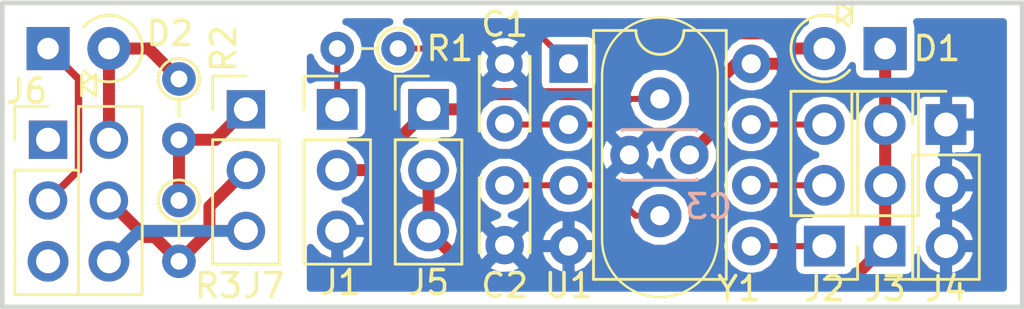
<source format=kicad_pcb>
(kicad_pcb (version 20171130) (host pcbnew "(5.0.2)-1")

  (general
    (thickness 1.6)
    (drawings 16)
    (tracks 59)
    (zones 0)
    (modules 17)
    (nets 16)
  )

  (page A4)
  (layers
    (0 F.Cu signal)
    (31 B.Cu signal)
    (32 B.Adhes user hide)
    (33 F.Adhes user hide)
    (34 B.Paste user hide)
    (35 F.Paste user hide)
    (36 B.SilkS user hide)
    (37 F.SilkS user hide)
    (38 B.Mask user hide)
    (39 F.Mask user hide)
    (40 Dwgs.User user hide)
    (41 Cmts.User user hide)
    (42 Eco1.User user hide)
    (43 Eco2.User user hide)
    (44 Edge.Cuts user)
    (45 Margin user hide)
    (46 B.CrtYd user hide)
    (47 F.CrtYd user hide)
    (48 B.Fab user hide)
    (49 F.Fab user)
  )

  (setup
    (last_trace_width 0.5)
    (user_trace_width 0.25)
    (user_trace_width 0.31)
    (user_trace_width 0.5)
    (trace_clearance 0.2)
    (zone_clearance 0.31)
    (zone_45_only no)
    (trace_min 0.2)
    (segment_width 0.2)
    (edge_width 0.15)
    (via_size 0.8)
    (via_drill 0.4)
    (via_min_size 0.4)
    (via_min_drill 0.3)
    (uvia_size 0.3)
    (uvia_drill 0.1)
    (uvias_allowed no)
    (uvia_min_size 0.2)
    (uvia_min_drill 0.1)
    (pcb_text_width 0.3)
    (pcb_text_size 1.5 1.5)
    (mod_edge_width 0.15)
    (mod_text_size 1 1)
    (mod_text_width 0.15)
    (pad_size 1.5 1.5)
    (pad_drill 0.8)
    (pad_to_mask_clearance 0.051)
    (solder_mask_min_width 0.25)
    (aux_axis_origin 0 0)
    (visible_elements 7FFFFF7F)
    (pcbplotparams
      (layerselection 0x10000_7ffffffe)
      (usegerberextensions false)
      (usegerberattributes false)
      (usegerberadvancedattributes false)
      (creategerberjobfile false)
      (excludeedgelayer false)
      (linewidth 0.100000)
      (plotframeref false)
      (viasonmask false)
      (mode 1)
      (useauxorigin false)
      (hpglpennumber 1)
      (hpglpenspeed 20)
      (hpglpendiameter 15.000000)
      (psnegative false)
      (psa4output false)
      (plotreference true)
      (plotvalue true)
      (plotinvisibletext false)
      (padsonsilk false)
      (subtractmaskfromsilk false)
      (outputformat 4)
      (mirror true)
      (drillshape 0)
      (scaleselection 1)
      (outputdirectory "Gerber/"))
  )

  (net 0 "")
  (net 1 GND)
  (net 2 "Net-(J2-Pad3)")
  (net 3 "Net-(J2-Pad2)")
  (net 4 "Net-(J2-Pad1)")
  (net 5 +VRx)
  (net 6 "Net-(C1-Pad1)")
  (net 7 "Net-(C2-Pad1)")
  (net 8 "Net-(J1-Pad1)")
  (net 9 "Net-(R1-Pad1)")
  (net 10 +5V)
  (net 11 "Net-(D2-Pad1)")
  (net 12 "Net-(D2-Pad2)")
  (net 13 +5VP)
  (net 14 GNDD)
  (net 15 "Net-(J7-Pad1)")

  (net_class Default "Ceci est la Netclass par défaut"
    (clearance 0.2)
    (trace_width 0.25)
    (via_dia 0.8)
    (via_drill 0.4)
    (uvia_dia 0.3)
    (uvia_drill 0.1)
    (add_net +5VP)
    (add_net GNDD)
    (add_net "Net-(C1-Pad1)")
    (add_net "Net-(C2-Pad1)")
    (add_net "Net-(D2-Pad1)")
    (add_net "Net-(D2-Pad2)")
    (add_net "Net-(J1-Pad1)")
    (add_net "Net-(J2-Pad1)")
    (add_net "Net-(J2-Pad2)")
    (add_net "Net-(J2-Pad3)")
    (add_net "Net-(J7-Pad1)")
    (add_net "Net-(R1-Pad1)")
  )

  (net_class ALIM ""
    (clearance 0.2)
    (trace_width 0.31)
    (via_dia 0.8)
    (via_drill 0.4)
    (uvia_dia 0.3)
    (uvia_drill 0.1)
    (add_net +5V)
    (add_net +VRx)
    (add_net GND)
  )

  (module Diodes_THT:D_A-405_P2.54mm_Vertical_KathodeUp (layer F.Cu) (tedit 5921392E) (tstamp 5C320014)
    (at 137.16 86.36 180)
    (descr "D, A-405 series, Axial, Vertical, pin pitch=2.54mm, , length*diameter=5.2*2.7mm^2, , http://www.diodes.com/_files/packages/A-405.pdf")
    (tags "D A-405 series Axial Vertical pin pitch 2.54mm  length 5.2mm diameter 2.7mm")
    (path /5C3102C6)
    (fp_text reference D1 (at -2.159 0 180) (layer F.SilkS)
      (effects (font (size 1 1) (thickness 0.15)))
    )
    (fp_text value 1N4148 (at -1.778 -0.762 180) (layer F.Fab)
      (effects (font (size 1 1) (thickness 0.15)))
    )
    (fp_text user K (at 0.508 0.889 180) (layer F.Fab)
      (effects (font (size 1 1) (thickness 0.15)))
    )
    (fp_text user %R (at -2.286 0.635 180) (layer F.Fab)
      (effects (font (size 1 1) (thickness 0.15)))
    )
    (fp_line (start 0 0) (end 2.54 0) (layer F.Fab) (width 0.1))
    (fp_line (start 1.397 1.08) (end 1.397 1.969) (layer F.SilkS) (width 0.12))
    (fp_line (start 1.397 1.5245) (end 1.989667 1.08) (layer F.SilkS) (width 0.12))
    (fp_line (start 1.989667 1.08) (end 1.989667 1.969) (layer F.SilkS) (width 0.12))
    (fp_line (start 1.989667 1.969) (end 1.397 1.5245) (layer F.SilkS) (width 0.12))
    (fp_line (start -1.25 -1.7) (end -1.25 1.7) (layer F.CrtYd) (width 0.05))
    (fp_line (start -1.25 1.7) (end 4.2 1.7) (layer F.CrtYd) (width 0.05))
    (fp_line (start 4.2 1.7) (end 4.2 -1.7) (layer F.CrtYd) (width 0.05))
    (fp_line (start 4.2 -1.7) (end -1.25 -1.7) (layer F.CrtYd) (width 0.05))
    (fp_circle (center 2.54 0) (end 3.89 0) (layer F.Fab) (width 0.1))
    (fp_arc (start 2.54 0) (end 1.480189 -0.9) (angle 277.5) (layer F.SilkS) (width 0.12))
    (pad 1 thru_hole rect (at 0 0 180) (size 1.8 1.8) (drill 0.9) (layers *.Cu *.Mask)
      (net 10 +5V))
    (pad 2 thru_hole oval (at 2.54 0 180) (size 1.8 1.8) (drill 0.9) (layers *.Cu *.Mask)
      (net 5 +VRx))
    (model ${KISYS3DMOD}/Diodes_THT.3dshapes/D_A-405_P2.54mm_Vertical_KathodeUp.wrl
      (at (xyz 0 0 0))
      (scale (xyz 0.393701 0.393701 0.393701))
      (rotate (xyz 0 0 0))
    )
  )

  (module DIP-8_W7.62mm (layer F.Cu) (tedit 58CC8E33) (tstamp 5C30A67A)
    (at 123.952 86.995)
    (descr "8-lead dip package, row spacing 7.62 mm (300 mils)")
    (tags "DIL DIP PDIP 2.54mm 7.62mm 300mil")
    (path /5C30915B)
    (fp_text reference U1 (at 0 9.271) (layer F.SilkS)
      (effects (font (size 1 1) (thickness 0.15)))
    )
    (fp_text value ATtiny85 (at 7.62 3.683 90) (layer F.Fab)
      (effects (font (size 1 1) (thickness 0.15)))
    )
    (fp_text user %R (at 0.381 -1.397) (layer F.Fab)
      (effects (font (size 1 1) (thickness 0.15)))
    )
    (fp_line (start 1.635 -1.27) (end 6.985 -1.27) (layer F.Fab) (width 0.1))
    (fp_line (start 6.985 -1.27) (end 6.985 8.89) (layer F.Fab) (width 0.1))
    (fp_line (start 6.985 8.89) (end 0.635 8.89) (layer F.Fab) (width 0.1))
    (fp_line (start 0.635 8.89) (end 0.635 -0.27) (layer F.Fab) (width 0.1))
    (fp_line (start 0.635 -0.27) (end 1.635 -1.27) (layer F.Fab) (width 0.1))
    (fp_line (start 2.81 -1.39) (end 1.04 -1.39) (layer F.SilkS) (width 0.12))
    (fp_line (start 1.04 -1.39) (end 1.04 9.01) (layer F.SilkS) (width 0.12))
    (fp_line (start 1.04 9.01) (end 6.58 9.01) (layer F.SilkS) (width 0.12))
    (fp_line (start 6.58 9.01) (end 6.58 -1.39) (layer F.SilkS) (width 0.12))
    (fp_line (start 6.58 -1.39) (end 4.81 -1.39) (layer F.SilkS) (width 0.12))
    (fp_line (start -1.1 -1.6) (end -1.1 9.2) (layer F.CrtYd) (width 0.05))
    (fp_line (start -1.1 9.2) (end 8.7 9.2) (layer F.CrtYd) (width 0.05))
    (fp_line (start 8.7 9.2) (end 8.7 -1.6) (layer F.CrtYd) (width 0.05))
    (fp_line (start 8.7 -1.6) (end -1.1 -1.6) (layer F.CrtYd) (width 0.05))
    (fp_arc (start 3.81 -1.39) (end 2.81 -1.39) (angle -180) (layer F.SilkS) (width 0.12))
    (pad 1 thru_hole rect (at 0 0) (size 1.6 1.6) (drill 0.8) (layers *.Cu *.Mask)
      (net 9 "Net-(R1-Pad1)"))
    (pad 5 thru_hole oval (at 7.62 7.62) (size 1.6 1.6) (drill 0.8) (layers *.Cu *.Mask)
      (net 4 "Net-(J2-Pad1)"))
    (pad 2 thru_hole oval (at 0 2.54) (size 1.6 1.6) (drill 0.8) (layers *.Cu *.Mask)
      (net 6 "Net-(C1-Pad1)"))
    (pad 6 thru_hole oval (at 7.62 5.08) (size 1.6 1.6) (drill 0.8) (layers *.Cu *.Mask)
      (net 3 "Net-(J2-Pad2)"))
    (pad 3 thru_hole oval (at 0 5.08) (size 1.6 1.6) (drill 0.8) (layers *.Cu *.Mask)
      (net 7 "Net-(C2-Pad1)"))
    (pad 7 thru_hole oval (at 7.62 2.54) (size 1.6 1.6) (drill 0.8) (layers *.Cu *.Mask)
      (net 2 "Net-(J2-Pad3)"))
    (pad 4 thru_hole oval (at 0 7.62) (size 1.6 1.6) (drill 0.8) (layers *.Cu *.Mask)
      (net 1 GND))
    (pad 8 thru_hole oval (at 7.62 0) (size 1.6 1.6) (drill 0.8) (layers *.Cu *.Mask)
      (net 10 +5V))
    (model ${KISYS3DMOD}/Housings_DIP.3dshapes/DIP-8_W7.62mm.wrl
      (at (xyz 0 0 0))
      (scale (xyz 1 1 1))
      (rotate (xyz 0 0 0))
    )
  )

  (module Pin_Header_Straight_1x03_Pitch2.54mm (layer F.Cu) (tedit 5948F238) (tstamp 5C30BF44)
    (at 114.3 88.9)
    (descr "Through hole straight pin header, 1x03, 2.54mm pitch, single row")
    (tags "Through hole pin header THT 1x03 2.54mm single row")
    (path /5C309E1A)
    (fp_text reference J1 (at 0.127 7.239 180) (layer F.SilkS)
      (effects (font (size 1 1) (thickness 0.15)))
    )
    (fp_text value Xany_Input (at -0.127 2.54 90) (layer F.Fab)
      (effects (font (size 1 1) (thickness 0.15)))
    )
    (fp_line (start -1.27 -1.27) (end -1.27 6.35) (layer F.Fab) (width 0.1))
    (fp_line (start -1.27 6.35) (end 1.27 6.35) (layer F.Fab) (width 0.1))
    (fp_line (start 1.27 6.35) (end 1.27 -1.27) (layer F.Fab) (width 0.1))
    (fp_line (start 1.27 -1.27) (end -1.27 -1.27) (layer F.Fab) (width 0.1))
    (fp_line (start -1.39 1.27) (end -1.39 6.47) (layer F.SilkS) (width 0.12))
    (fp_line (start -1.39 6.47) (end 1.39 6.47) (layer F.SilkS) (width 0.12))
    (fp_line (start 1.39 6.47) (end 1.39 1.27) (layer F.SilkS) (width 0.12))
    (fp_line (start 1.39 1.27) (end -1.39 1.27) (layer F.SilkS) (width 0.12))
    (fp_line (start -1.39 0) (end -1.39 -1.39) (layer F.SilkS) (width 0.12))
    (fp_line (start -1.39 -1.39) (end 0 -1.39) (layer F.SilkS) (width 0.12))
    (fp_line (start -1.6 -1.6) (end -1.6 6.6) (layer F.CrtYd) (width 0.05))
    (fp_line (start -1.6 6.6) (end 1.6 6.6) (layer F.CrtYd) (width 0.05))
    (fp_line (start 1.6 6.6) (end 1.6 -1.6) (layer F.CrtYd) (width 0.05))
    (fp_line (start 1.6 -1.6) (end -1.6 -1.6) (layer F.CrtYd) (width 0.05))
    (pad 1 thru_hole rect (at 0 0) (size 1.7 1.7) (drill 1) (layers *.Cu *.Mask)
      (net 8 "Net-(J1-Pad1)"))
    (pad 2 thru_hole oval (at 0 2.54) (size 1.7 1.7) (drill 1) (layers *.Cu *.Mask)
      (net 5 +VRx))
    (pad 3 thru_hole oval (at 0 5.08) (size 1.7 1.7) (drill 1) (layers *.Cu *.Mask)
      (net 1 GND))
    (model Pin_Headers.3dshapes/Pin_Header_Straight_1x03_Pitch2.54mm.wrl
      (at (xyz 0 0 0))
      (scale (xyz 1 1 1))
      (rotate (xyz 0 0 0))
    )
  )

  (module Pin_Header_Straight_1x03_Pitch2.54mm (layer F.Cu) (tedit 5948F238) (tstamp 5C30BF59)
    (at 134.62 94.615 180)
    (descr "Through hole straight pin header, 1x03, 2.54mm pitch, single row")
    (tags "Through hole pin header THT 1x03 2.54mm single row")
    (path /5C30E301)
    (fp_text reference J2 (at 0 -1.778) (layer F.SilkS)
      (effects (font (size 1 1) (thickness 0.15)))
    )
    (fp_text value S (at -0.127 2.921 270) (layer F.Fab)
      (effects (font (size 1 1) (thickness 0.15)))
    )
    (fp_line (start 1.6 -1.6) (end -1.6 -1.6) (layer F.CrtYd) (width 0.05))
    (fp_line (start 1.6 6.6) (end 1.6 -1.6) (layer F.CrtYd) (width 0.05))
    (fp_line (start -1.6 6.6) (end 1.6 6.6) (layer F.CrtYd) (width 0.05))
    (fp_line (start -1.6 -1.6) (end -1.6 6.6) (layer F.CrtYd) (width 0.05))
    (fp_line (start -1.39 -1.39) (end 0 -1.39) (layer F.SilkS) (width 0.12))
    (fp_line (start -1.39 0) (end -1.39 -1.39) (layer F.SilkS) (width 0.12))
    (fp_line (start 1.39 1.27) (end -1.39 1.27) (layer F.SilkS) (width 0.12))
    (fp_line (start 1.39 6.47) (end 1.39 1.27) (layer F.SilkS) (width 0.12))
    (fp_line (start -1.39 6.47) (end 1.39 6.47) (layer F.SilkS) (width 0.12))
    (fp_line (start -1.39 1.27) (end -1.39 6.47) (layer F.SilkS) (width 0.12))
    (fp_line (start 1.27 -1.27) (end -1.27 -1.27) (layer F.Fab) (width 0.1))
    (fp_line (start 1.27 6.35) (end 1.27 -1.27) (layer F.Fab) (width 0.1))
    (fp_line (start -1.27 6.35) (end 1.27 6.35) (layer F.Fab) (width 0.1))
    (fp_line (start -1.27 -1.27) (end -1.27 6.35) (layer F.Fab) (width 0.1))
    (pad 3 thru_hole oval (at 0 5.08 180) (size 1.7 1.7) (drill 1) (layers *.Cu *.Mask)
      (net 2 "Net-(J2-Pad3)"))
    (pad 2 thru_hole oval (at 0 2.54 180) (size 1.7 1.7) (drill 1) (layers *.Cu *.Mask)
      (net 3 "Net-(J2-Pad2)"))
    (pad 1 thru_hole rect (at 0 0 180) (size 1.7 1.7) (drill 1) (layers *.Cu *.Mask)
      (net 4 "Net-(J2-Pad1)"))
    (model Pin_Headers.3dshapes/Pin_Header_Straight_1x03_Pitch2.54mm.wrl
      (at (xyz 0 0 0))
      (scale (xyz 1 1 1))
      (rotate (xyz 0 0 0))
    )
  )

  (module Pin_Header_Straight_1x03_Pitch2.54mm (layer F.Cu) (tedit 5948F238) (tstamp 5C30BF6E)
    (at 137.16 94.615 180)
    (descr "Through hole straight pin header, 1x03, 2.54mm pitch, single row")
    (tags "Through hole pin header THT 1x03 2.54mm single row")
    (path /5C30E697)
    (fp_text reference J3 (at 0 -1.778) (layer F.SilkS)
      (effects (font (size 1 1) (thickness 0.15)))
    )
    (fp_text value +V (at 0 2.667 270) (layer F.Fab)
      (effects (font (size 1 1) (thickness 0.15)))
    )
    (fp_line (start -1.27 -1.27) (end -1.27 6.35) (layer F.Fab) (width 0.1))
    (fp_line (start -1.27 6.35) (end 1.27 6.35) (layer F.Fab) (width 0.1))
    (fp_line (start 1.27 6.35) (end 1.27 -1.27) (layer F.Fab) (width 0.1))
    (fp_line (start 1.27 -1.27) (end -1.27 -1.27) (layer F.Fab) (width 0.1))
    (fp_line (start -1.39 1.27) (end -1.39 6.47) (layer F.SilkS) (width 0.12))
    (fp_line (start -1.39 6.47) (end 1.39 6.47) (layer F.SilkS) (width 0.12))
    (fp_line (start 1.39 6.47) (end 1.39 1.27) (layer F.SilkS) (width 0.12))
    (fp_line (start 1.39 1.27) (end -1.39 1.27) (layer F.SilkS) (width 0.12))
    (fp_line (start -1.39 0) (end -1.39 -1.39) (layer F.SilkS) (width 0.12))
    (fp_line (start -1.39 -1.39) (end 0 -1.39) (layer F.SilkS) (width 0.12))
    (fp_line (start -1.6 -1.6) (end -1.6 6.6) (layer F.CrtYd) (width 0.05))
    (fp_line (start -1.6 6.6) (end 1.6 6.6) (layer F.CrtYd) (width 0.05))
    (fp_line (start 1.6 6.6) (end 1.6 -1.6) (layer F.CrtYd) (width 0.05))
    (fp_line (start 1.6 -1.6) (end -1.6 -1.6) (layer F.CrtYd) (width 0.05))
    (pad 1 thru_hole rect (at 0 0 180) (size 1.7 1.7) (drill 1) (layers *.Cu *.Mask)
      (net 10 +5V))
    (pad 2 thru_hole oval (at 0 2.54 180) (size 1.7 1.7) (drill 1) (layers *.Cu *.Mask)
      (net 10 +5V))
    (pad 3 thru_hole oval (at 0 5.08 180) (size 1.7 1.7) (drill 1) (layers *.Cu *.Mask)
      (net 10 +5V))
    (model Pin_Headers.3dshapes/Pin_Header_Straight_1x03_Pitch2.54mm.wrl
      (at (xyz 0 0 0))
      (scale (xyz 1 1 1))
      (rotate (xyz 0 0 0))
    )
  )

  (module Pin_Header_Straight_1x03_Pitch2.54mm (layer F.Cu) (tedit 5948F238) (tstamp 5C30BF83)
    (at 139.7 89.535)
    (descr "Through hole straight pin header, 1x03, 2.54mm pitch, single row")
    (tags "Through hole pin header THT 1x03 2.54mm single row")
    (path /5C30E787)
    (fp_text reference J4 (at 0 6.858 180) (layer F.SilkS)
      (effects (font (size 1 1) (thickness 0.15)))
    )
    (fp_text value GND (at -0.127 2.159 90) (layer F.Fab)
      (effects (font (size 1 1) (thickness 0.15)))
    )
    (fp_line (start 1.6 -1.6) (end -1.6 -1.6) (layer F.CrtYd) (width 0.05))
    (fp_line (start 1.6 6.6) (end 1.6 -1.6) (layer F.CrtYd) (width 0.05))
    (fp_line (start -1.6 6.6) (end 1.6 6.6) (layer F.CrtYd) (width 0.05))
    (fp_line (start -1.6 -1.6) (end -1.6 6.6) (layer F.CrtYd) (width 0.05))
    (fp_line (start -1.39 -1.39) (end 0 -1.39) (layer F.SilkS) (width 0.12))
    (fp_line (start -1.39 0) (end -1.39 -1.39) (layer F.SilkS) (width 0.12))
    (fp_line (start 1.39 1.27) (end -1.39 1.27) (layer F.SilkS) (width 0.12))
    (fp_line (start 1.39 6.47) (end 1.39 1.27) (layer F.SilkS) (width 0.12))
    (fp_line (start -1.39 6.47) (end 1.39 6.47) (layer F.SilkS) (width 0.12))
    (fp_line (start -1.39 1.27) (end -1.39 6.47) (layer F.SilkS) (width 0.12))
    (fp_line (start 1.27 -1.27) (end -1.27 -1.27) (layer F.Fab) (width 0.1))
    (fp_line (start 1.27 6.35) (end 1.27 -1.27) (layer F.Fab) (width 0.1))
    (fp_line (start -1.27 6.35) (end 1.27 6.35) (layer F.Fab) (width 0.1))
    (fp_line (start -1.27 -1.27) (end -1.27 6.35) (layer F.Fab) (width 0.1))
    (pad 3 thru_hole oval (at 0 5.08) (size 1.7 1.7) (drill 1) (layers *.Cu *.Mask)
      (net 1 GND))
    (pad 2 thru_hole oval (at 0 2.54) (size 1.7 1.7) (drill 1) (layers *.Cu *.Mask)
      (net 1 GND))
    (pad 1 thru_hole rect (at 0 0) (size 1.7 1.7) (drill 1) (layers *.Cu *.Mask)
      (net 1 GND))
    (model Pin_Headers.3dshapes/Pin_Header_Straight_1x03_Pitch2.54mm.wrl
      (at (xyz 0 0 0))
      (scale (xyz 1 1 1))
      (rotate (xyz 0 0 0))
    )
  )

  (module Pin_Header_Straight_1x03_Pitch2.54mm (layer F.Cu) (tedit 5948F238) (tstamp 5C30BF98)
    (at 118.11 88.9)
    (descr "Through hole straight pin header, 1x03, 2.54mm pitch, single row")
    (tags "Through hole pin header THT 1x03 2.54mm single row")
    (path /5C3124D5)
    (fp_text reference J5 (at 0 7.239 180) (layer F.SilkS)
      (effects (font (size 1 1) (thickness 0.15)))
    )
    (fp_text value 5v/6v (at 0.127 2.667 90) (layer F.Fab)
      (effects (font (size 1 1) (thickness 0.15)))
    )
    (fp_line (start -1.27 -1.27) (end -1.27 6.35) (layer F.Fab) (width 0.1))
    (fp_line (start -1.27 6.35) (end 1.27 6.35) (layer F.Fab) (width 0.1))
    (fp_line (start 1.27 6.35) (end 1.27 -1.27) (layer F.Fab) (width 0.1))
    (fp_line (start 1.27 -1.27) (end -1.27 -1.27) (layer F.Fab) (width 0.1))
    (fp_line (start -1.39 1.27) (end -1.39 6.47) (layer F.SilkS) (width 0.12))
    (fp_line (start -1.39 6.47) (end 1.39 6.47) (layer F.SilkS) (width 0.12))
    (fp_line (start 1.39 6.47) (end 1.39 1.27) (layer F.SilkS) (width 0.12))
    (fp_line (start 1.39 1.27) (end -1.39 1.27) (layer F.SilkS) (width 0.12))
    (fp_line (start -1.39 0) (end -1.39 -1.39) (layer F.SilkS) (width 0.12))
    (fp_line (start -1.39 -1.39) (end 0 -1.39) (layer F.SilkS) (width 0.12))
    (fp_line (start -1.6 -1.6) (end -1.6 6.6) (layer F.CrtYd) (width 0.05))
    (fp_line (start -1.6 6.6) (end 1.6 6.6) (layer F.CrtYd) (width 0.05))
    (fp_line (start 1.6 6.6) (end 1.6 -1.6) (layer F.CrtYd) (width 0.05))
    (fp_line (start 1.6 -1.6) (end -1.6 -1.6) (layer F.CrtYd) (width 0.05))
    (pad 1 thru_hole rect (at 0 0) (size 1.7 1.7) (drill 1) (layers *.Cu *.Mask)
      (net 5 +VRx))
    (pad 2 thru_hole oval (at 0 2.54) (size 1.7 1.7) (drill 1) (layers *.Cu *.Mask)
      (net 10 +5V))
    (pad 3 thru_hole oval (at 0 5.08) (size 1.7 1.7) (drill 1) (layers *.Cu *.Mask)
      (net 10 +5V))
    (model Pin_Headers.3dshapes/Pin_Header_Straight_1x03_Pitch2.54mm.wrl
      (at (xyz 0 0 0))
      (scale (xyz 1 1 1))
      (rotate (xyz 0 0 0))
    )
  )

  (module Capacitors_THT:C_Disc_D3.0mm_W2.0mm_P2.50mm (layer F.Cu) (tedit 5C30DBF2) (tstamp 5C317C16)
    (at 121.285 89.495 90)
    (descr "C, Disc series, Radial, pin pitch=2.50mm, , diameter*width=3*2mm^2, Capacitor")
    (tags "C Disc series Radial pin pitch 2.50mm  diameter 3mm width 2mm Capacitor")
    (path /5C30A0DB)
    (fp_text reference C1 (at 4.151 0 180) (layer F.SilkS)
      (effects (font (size 1 1) (thickness 0.15)))
    )
    (fp_text value 22pF (at 1.357 1.905 90) (layer F.Fab)
      (effects (font (size 1 1) (thickness 0.15)))
    )
    (fp_text user %R (at 1.23 0 90) (layer F.Fab)
      (effects (font (size 0.7 0.7) (thickness 0.105)))
    )
    (fp_line (start -0.25 -1) (end -0.25 1) (layer F.Fab) (width 0.1))
    (fp_line (start -0.25 1) (end 2.75 1) (layer F.Fab) (width 0.1))
    (fp_line (start 2.75 1) (end 2.75 -1) (layer F.Fab) (width 0.1))
    (fp_line (start 2.75 -1) (end -0.25 -1) (layer F.Fab) (width 0.1))
    (fp_line (start -0.31 -1.06) (end 2.81 -1.06) (layer F.SilkS) (width 0.12))
    (fp_line (start -0.31 1.06) (end 2.81 1.06) (layer F.SilkS) (width 0.12))
    (fp_line (start -0.31 -1.06) (end -0.31 -0.996) (layer F.SilkS) (width 0.12))
    (fp_line (start -0.31 0.996) (end -0.31 1.06) (layer F.SilkS) (width 0.12))
    (fp_line (start 2.81 -1.06) (end 2.81 -0.996) (layer F.SilkS) (width 0.12))
    (fp_line (start 2.81 0.996) (end 2.81 1.06) (layer F.SilkS) (width 0.12))
    (fp_line (start -1.05 -1.35) (end -1.05 1.35) (layer F.CrtYd) (width 0.05))
    (fp_line (start -1.05 1.35) (end 3.55 1.35) (layer F.CrtYd) (width 0.05))
    (fp_line (start 3.55 1.35) (end 3.55 -1.35) (layer F.CrtYd) (width 0.05))
    (fp_line (start 3.55 -1.35) (end -1.05 -1.35) (layer F.CrtYd) (width 0.05))
    (pad 1 thru_hole circle (at 0 0 90) (size 1.5 1.5) (drill 0.8) (layers *.Cu *.Mask)
      (net 6 "Net-(C1-Pad1)"))
    (pad 2 thru_hole circle (at 2.5 0 90) (size 1.5 1.5) (drill 0.8) (layers *.Cu *.Mask)
      (net 1 GND))
    (model ${KISYS3DMOD}/Capacitors_THT.3dshapes/C_Disc_D3.0mm_W2.0mm_P2.50mm.wrl
      (at (xyz 0 0 0))
      (scale (xyz 1 1 1))
      (rotate (xyz 0 0 0))
    )
  )

  (module Capacitors_THT:C_Disc_D3.0mm_W2.0mm_P2.50mm (layer F.Cu) (tedit 5920C254) (tstamp 5C3178CE)
    (at 121.285 92.075 270)
    (descr "C, Disc series, Radial, pin pitch=2.50mm, , diameter*width=3*2mm^2, Capacitor")
    (tags "C Disc series Radial pin pitch 2.50mm  diameter 3mm width 2mm Capacitor")
    (path /5C30A176)
    (fp_text reference C2 (at 4.191 0) (layer F.SilkS)
      (effects (font (size 1 1) (thickness 0.15)))
    )
    (fp_text value 22pF (at 1.27 -2.032 270) (layer F.Fab)
      (effects (font (size 1 1) (thickness 0.15)))
    )
    (fp_line (start 3.55 -1.35) (end -1.05 -1.35) (layer F.CrtYd) (width 0.05))
    (fp_line (start 3.55 1.35) (end 3.55 -1.35) (layer F.CrtYd) (width 0.05))
    (fp_line (start -1.05 1.35) (end 3.55 1.35) (layer F.CrtYd) (width 0.05))
    (fp_line (start -1.05 -1.35) (end -1.05 1.35) (layer F.CrtYd) (width 0.05))
    (fp_line (start 2.81 0.996) (end 2.81 1.06) (layer F.SilkS) (width 0.12))
    (fp_line (start 2.81 -1.06) (end 2.81 -0.996) (layer F.SilkS) (width 0.12))
    (fp_line (start -0.31 0.996) (end -0.31 1.06) (layer F.SilkS) (width 0.12))
    (fp_line (start -0.31 -1.06) (end -0.31 -0.996) (layer F.SilkS) (width 0.12))
    (fp_line (start -0.31 1.06) (end 2.81 1.06) (layer F.SilkS) (width 0.12))
    (fp_line (start -0.31 -1.06) (end 2.81 -1.06) (layer F.SilkS) (width 0.12))
    (fp_line (start 2.75 -1) (end -0.25 -1) (layer F.Fab) (width 0.1))
    (fp_line (start 2.75 1) (end 2.75 -1) (layer F.Fab) (width 0.1))
    (fp_line (start -0.25 1) (end 2.75 1) (layer F.Fab) (width 0.1))
    (fp_line (start -0.25 -1) (end -0.25 1) (layer F.Fab) (width 0.1))
    (fp_text user %R (at 1.397 0 270) (layer F.Fab)
      (effects (font (size 0.7 0.7) (thickness 0.105)))
    )
    (pad 2 thru_hole circle (at 2.5 0 270) (size 1.6 1.6) (drill 0.8) (layers *.Cu *.Mask)
      (net 1 GND))
    (pad 1 thru_hole circle (at 0 0 270) (size 1.6 1.6) (drill 0.8) (layers *.Cu *.Mask)
      (net 7 "Net-(C2-Pad1)"))
    (model ${KISYS3DMOD}/Capacitors_THT.3dshapes/C_Disc_D3.0mm_W2.0mm_P2.50mm.wrl
      (at (xyz 0 0 0))
      (scale (xyz 1 1 1))
      (rotate (xyz 0 0 0))
    )
  )

  (module Resistors_THT:R_Axial_DIN0204_L3.6mm_D1.6mm_P2.54mm_Vertical (layer F.Cu) (tedit 5874F706) (tstamp 5C3178EF)
    (at 116.84 86.36 180)
    (descr "Resistor, Axial_DIN0204 series, Axial, Vertical, pin pitch=2.54mm, 0.16666666666666666W = 1/6W, length*diameter=3.6*1.6mm^2, http://cdn-reichelt.de/documents/datenblatt/B400/1_4W%23YAG.pdf")
    (tags "Resistor Axial_DIN0204 series Axial Vertical pin pitch 2.54mm 0.16666666666666666W = 1/6W length 3.6mm diameter 1.6mm")
    (path /5C30F91A)
    (fp_text reference R1 (at -2.159 0 180) (layer F.SilkS)
      (effects (font (size 1 1) (thickness 0.15)))
    )
    (fp_text value 1K (at 2.159 0.762 180) (layer F.Fab)
      (effects (font (size 1 1) (thickness 0.15)))
    )
    (fp_circle (center 0 0) (end 0.8 0) (layer F.Fab) (width 0.1))
    (fp_circle (center 0 0) (end 0.86 0) (layer F.SilkS) (width 0.12))
    (fp_line (start 0 0) (end 2.54 0) (layer F.Fab) (width 0.1))
    (fp_line (start 0.86 0) (end 1.54 0) (layer F.SilkS) (width 0.12))
    (fp_line (start -1.15 -1.15) (end -1.15 1.15) (layer F.CrtYd) (width 0.05))
    (fp_line (start -1.15 1.15) (end 3.55 1.15) (layer F.CrtYd) (width 0.05))
    (fp_line (start 3.55 1.15) (end 3.55 -1.15) (layer F.CrtYd) (width 0.05))
    (fp_line (start 3.55 -1.15) (end -1.15 -1.15) (layer F.CrtYd) (width 0.05))
    (pad 1 thru_hole circle (at 0 0 180) (size 1.4 1.4) (drill 0.7) (layers *.Cu *.Mask)
      (net 9 "Net-(R1-Pad1)"))
    (pad 2 thru_hole oval (at 2.54 0 180) (size 1.4 1.4) (drill 0.7) (layers *.Cu *.Mask)
      (net 8 "Net-(J1-Pad1)"))
    (model Resistors_THT.3dshapes/R_Axial_DIN0204_L3.6mm_D1.6mm_P2.54mm_Vertical.wrl
      (at (xyz 0 0 0))
      (scale (xyz 0.393701 0.393701 0.393701))
      (rotate (xyz 0 0 0))
    )
  )

  (module Capacitors_THT:C_Disc_D3.0mm_W2.0mm_P2.50mm (layer B.Cu) (tedit 5920C254) (tstamp 5C318F9E)
    (at 126.492 90.805)
    (descr "C, Disc series, Radial, pin pitch=2.50mm, , diameter*width=3*2mm^2, Capacitor")
    (tags "C Disc series Radial pin pitch 2.50mm  diameter 3mm width 2mm Capacitor")
    (path /5C314F06)
    (fp_text reference C3 (at 3.302 2.159) (layer B.SilkS)
      (effects (font (size 1 1) (thickness 0.15)) (justify mirror))
    )
    (fp_text value 100nF (at 1.25 -2.06) (layer B.Fab)
      (effects (font (size 1 1) (thickness 0.15)) (justify mirror))
    )
    (fp_text user %R (at 1.25 0) (layer B.Fab)
      (effects (font (size 0.7 0.7) (thickness 0.105)) (justify mirror))
    )
    (fp_line (start -0.25 1) (end -0.25 -1) (layer B.Fab) (width 0.1))
    (fp_line (start -0.25 -1) (end 2.75 -1) (layer B.Fab) (width 0.1))
    (fp_line (start 2.75 -1) (end 2.75 1) (layer B.Fab) (width 0.1))
    (fp_line (start 2.75 1) (end -0.25 1) (layer B.Fab) (width 0.1))
    (fp_line (start -0.31 1.06) (end 2.81 1.06) (layer B.SilkS) (width 0.12))
    (fp_line (start -0.31 -1.06) (end 2.81 -1.06) (layer B.SilkS) (width 0.12))
    (fp_line (start -0.31 1.06) (end -0.31 0.996) (layer B.SilkS) (width 0.12))
    (fp_line (start -0.31 -0.996) (end -0.31 -1.06) (layer B.SilkS) (width 0.12))
    (fp_line (start 2.81 1.06) (end 2.81 0.996) (layer B.SilkS) (width 0.12))
    (fp_line (start 2.81 -0.996) (end 2.81 -1.06) (layer B.SilkS) (width 0.12))
    (fp_line (start -1.05 1.35) (end -1.05 -1.35) (layer B.CrtYd) (width 0.05))
    (fp_line (start -1.05 -1.35) (end 3.55 -1.35) (layer B.CrtYd) (width 0.05))
    (fp_line (start 3.55 -1.35) (end 3.55 1.35) (layer B.CrtYd) (width 0.05))
    (fp_line (start 3.55 1.35) (end -1.05 1.35) (layer B.CrtYd) (width 0.05))
    (pad 1 thru_hole circle (at 0 0) (size 1.6 1.6) (drill 0.8) (layers *.Cu *.Mask)
      (net 1 GND))
    (pad 2 thru_hole circle (at 2.5 0) (size 1.6 1.6) (drill 0.8) (layers *.Cu *.Mask)
      (net 10 +5V))
    (model ${KISYS3DMOD}/Capacitors_THT.3dshapes/C_Disc_D3.0mm_W2.0mm_P2.50mm.wrl
      (at (xyz 0 0 0))
      (scale (xyz 1 1 1))
      (rotate (xyz 0 0 0))
    )
  )

  (module HC-39 (layer F.Cu) (tedit 5C1F94C1) (tstamp 5C318FB2)
    (at 127.762 90.905 270)
    (path /5C309F7F)
    (fp_text reference Y1 (at 5.488 -3.302) (layer F.SilkS)
      (effects (font (size 1 1) (thickness 0.15)))
    )
    (fp_text value 16Mhz (at 0.154 0 270) (layer F.Fab)
      (effects (font (size 1 1) (thickness 0.15)))
    )
    (fp_arc (start 3.429 0) (end 3.429 2.413) (angle -180) (layer F.SilkS) (width 0.1))
    (fp_arc (start -3.429 0) (end -3.429 -2.413) (angle -180) (layer F.SilkS) (width 0.1))
    (fp_line (start 3.429 2.413) (end -3.429 2.413) (layer F.SilkS) (width 0.1))
    (fp_line (start 3.429 -2.413) (end -3.429 -2.413) (layer F.SilkS) (width 0.1))
    (fp_arc (start -3.3 0) (end -5.7 0) (angle 90) (layer F.Fab) (width 0.1))
    (fp_arc (start -3.3 0) (end -3.3 2.4) (angle 90) (layer F.Fab) (width 0.1))
    (fp_arc (start 3.3 0) (end 3.3 -2.4) (angle 90) (layer F.Fab) (width 0.1))
    (fp_arc (start 3.3 0) (end 5.7 0) (angle 90) (layer F.Fab) (width 0.1))
    (fp_line (start 3.3 -2.4) (end -3.3 -2.4) (layer F.Fab) (width 0.1))
    (fp_line (start -3.3 2.4) (end 3.3 2.4) (layer F.Fab) (width 0.1))
    (fp_line (start 3.4 2) (end -3.4 2) (layer F.Fab) (width 0.1))
    (fp_line (start 3.4 -2) (end -3.4 -2) (layer F.Fab) (width 0.1))
    (fp_arc (start -3.3 0) (end -5.3 0) (angle 90) (layer F.Fab) (width 0.1))
    (fp_arc (start -3.3 0) (end -3.3 2) (angle 90) (layer F.Fab) (width 0.1))
    (fp_arc (start 3.3 0) (end 3.3 -2) (angle 90) (layer F.Fab) (width 0.1))
    (fp_arc (start 3.3 0) (end 5.3 0) (angle 90) (layer F.Fab) (width 0.1))
    (pad 2 thru_hole circle (at 2.44 0 270) (size 1.8 1.8) (drill 0.8) (layers *.Cu *.Mask)
      (net 7 "Net-(C2-Pad1)"))
    (pad 1 thru_hole circle (at -2.44 0 270) (size 1.8 1.8) (drill 0.8) (layers *.Cu *.Mask)
      (net 6 "Net-(C1-Pad1)"))
    (model Crystals.3dshapes/Crystal_HC18-U_Vertical.wrl
      (offset (xyz -1.269999980926514 0 0))
      (scale (xyz 0.3 0.3 0.1))
      (rotate (xyz 0 0 0))
    )
  )

  (module Diodes_THT:D_A-405_P2.54mm_Vertical_KathodeUp (layer F.Cu) (tedit 5921392E) (tstamp 5C30F6CD)
    (at 102.235 86.36)
    (descr "D, A-405 series, Axial, Vertical, pin pitch=2.54mm, , length*diameter=5.2*2.7mm^2, , http://www.diodes.com/_files/packages/A-405.pdf")
    (tags "D A-405 series Axial Vertical pin pitch 2.54mm  length 5.2mm diameter 2.7mm")
    (path /5C30F8CB)
    (fp_text reference D2 (at 5.08 -0.635) (layer F.SilkS)
      (effects (font (size 1 1) (thickness 0.15)))
    )
    (fp_text value 1N4148 (at 6.858 -0.889) (layer F.Fab)
      (effects (font (size 1 1) (thickness 0.15)))
    )
    (fp_text user K (at 0.254 -0.762) (layer F.Fab)
      (effects (font (size 1 1) (thickness 0.15)))
    )
    (fp_text user %R (at 0.127 1.016) (layer F.Fab)
      (effects (font (size 1 1) (thickness 0.15)))
    )
    (fp_line (start 0 0) (end 2.54 0) (layer F.Fab) (width 0.1))
    (fp_line (start 1.397 1.08) (end 1.397 1.969) (layer F.SilkS) (width 0.12))
    (fp_line (start 1.397 1.5245) (end 1.989667 1.08) (layer F.SilkS) (width 0.12))
    (fp_line (start 1.989667 1.08) (end 1.989667 1.969) (layer F.SilkS) (width 0.12))
    (fp_line (start 1.989667 1.969) (end 1.397 1.5245) (layer F.SilkS) (width 0.12))
    (fp_line (start -1.25 -1.7) (end -1.25 1.7) (layer F.CrtYd) (width 0.05))
    (fp_line (start -1.25 1.7) (end 4.2 1.7) (layer F.CrtYd) (width 0.05))
    (fp_line (start 4.2 1.7) (end 4.2 -1.7) (layer F.CrtYd) (width 0.05))
    (fp_line (start 4.2 -1.7) (end -1.25 -1.7) (layer F.CrtYd) (width 0.05))
    (fp_circle (center 2.54 0) (end 3.89 0) (layer F.Fab) (width 0.1))
    (fp_arc (start 2.54 0) (end 1.480189 -0.9) (angle 277.5) (layer F.SilkS) (width 0.12))
    (pad 1 thru_hole rect (at 0 0) (size 1.8 1.8) (drill 0.9) (layers *.Cu *.Mask)
      (net 11 "Net-(D2-Pad1)"))
    (pad 2 thru_hole oval (at 2.54 0) (size 1.8 1.8) (drill 0.9) (layers *.Cu *.Mask)
      (net 12 "Net-(D2-Pad2)"))
    (model ${KISYS3DMOD}/Diodes_THT.3dshapes/D_A-405_P2.54mm_Vertical_KathodeUp.wrl
      (at (xyz 0 0 0))
      (scale (xyz 0.393701 0.393701 0.393701))
      (rotate (xyz 0 0 0))
    )
  )

  (module Pin_Header_Straight_2x03_Pitch2.54mm (layer F.Cu) (tedit 5C093E98) (tstamp 5C30F6E8)
    (at 102.235 90.17)
    (descr "Through hole straight pin header, 2x03, 2.54mm pitch, double rows")
    (tags "Through hole pin header THT 2x03 2.54mm double row")
    (path /5C30EA37)
    (fp_text reference J6 (at -0.889 -2.032 180) (layer F.SilkS)
      (effects (font (size 1 1) (thickness 0.15)))
    )
    (fp_text value FTDI (at 1.27 2.54) (layer F.Fab)
      (effects (font (size 1 1) (thickness 0.15)))
    )
    (fp_line (start 1.27 1.27) (end 1.27 6.477) (layer F.SilkS) (width 0.12))
    (fp_line (start -1.27 -1.27) (end -1.27 6.35) (layer F.Fab) (width 0.1))
    (fp_line (start -1.27 6.35) (end 3.81 6.35) (layer F.Fab) (width 0.1))
    (fp_line (start 3.81 6.35) (end 3.81 -1.27) (layer F.Fab) (width 0.1))
    (fp_line (start 3.81 -1.27) (end -1.27 -1.27) (layer F.Fab) (width 0.1))
    (fp_line (start -1.39 1.27) (end -1.39 6.47) (layer F.SilkS) (width 0.12))
    (fp_line (start -1.39 6.47) (end 3.93 6.47) (layer F.SilkS) (width 0.12))
    (fp_line (start 3.93 6.47) (end 3.93 -1.39) (layer F.SilkS) (width 0.12))
    (fp_line (start 3.93 -1.39) (end 1.27 -1.39) (layer F.SilkS) (width 0.12))
    (fp_line (start 1.27 -1.39) (end 1.27 1.27) (layer F.SilkS) (width 0.12))
    (fp_line (start 1.27 1.27) (end -1.39 1.27) (layer F.SilkS) (width 0.12))
    (fp_line (start -1.39 0) (end -1.39 -1.39) (layer F.SilkS) (width 0.12))
    (fp_line (start -1.39 -1.39) (end 0 -1.39) (layer F.SilkS) (width 0.12))
    (fp_line (start -1.6 -1.6) (end -1.6 6.6) (layer F.CrtYd) (width 0.05))
    (fp_line (start -1.6 6.6) (end 4.1 6.6) (layer F.CrtYd) (width 0.05))
    (fp_line (start 4.1 6.6) (end 4.1 -1.6) (layer F.CrtYd) (width 0.05))
    (fp_line (start 4.1 -1.6) (end -1.6 -1.6) (layer F.CrtYd) (width 0.05))
    (pad 1 thru_hole rect (at 0 0) (size 1.6 1.6) (drill 1) (layers *.Cu *.Mask))
    (pad 2 thru_hole oval (at 2.54 0) (size 1.6 1.6) (drill 1) (layers *.Cu *.Mask)
      (net 12 "Net-(D2-Pad2)"))
    (pad 3 thru_hole oval (at 0 2.54) (size 1.6 1.6) (drill 1) (layers *.Cu *.Mask)
      (net 11 "Net-(D2-Pad1)"))
    (pad 4 thru_hole oval (at 2.54 2.54) (size 1.6 1.6) (drill 1) (layers *.Cu *.Mask)
      (net 13 +5VP))
    (pad 5 thru_hole oval (at 0 5.08) (size 1.7 1.7) (drill 1) (layers *.Cu *.Mask))
    (pad 6 thru_hole oval (at 2.54 5.08) (size 1.7 1.7) (drill 1) (layers *.Cu *.Mask)
      (net 14 GNDD))
    (model Pin_Headers.3dshapes/Pin_Header_Straight_2x03_Pitch2.54mm.wrl
      (at (xyz 0 0 0))
      (scale (xyz 1 1 1))
      (rotate (xyz 0 0 0))
    )
  )

  (module Resistors_THT:R_Axial_DIN0204_L3.6mm_D1.6mm_P2.54mm_Vertical (layer F.Cu) (tedit 5874F706) (tstamp 5C30F6F6)
    (at 107.696 87.63 270)
    (descr "Resistor, Axial_DIN0204 series, Axial, Vertical, pin pitch=2.54mm, 0.16666666666666666W = 1/6W, length*diameter=3.6*1.6mm^2, http://cdn-reichelt.de/documents/datenblatt/B400/1_4W%23YAG.pdf")
    (tags "Resistor Axial_DIN0204 series Axial Vertical pin pitch 2.54mm 0.16666666666666666W = 1/6W length 3.6mm diameter 1.6mm")
    (path /5C30F950)
    (fp_text reference R2 (at -1.27 -1.86 270) (layer F.SilkS)
      (effects (font (size 1 1) (thickness 0.15)))
    )
    (fp_text value 1K (at 2.032 -0.889 270) (layer F.Fab)
      (effects (font (size 1 1) (thickness 0.15)))
    )
    (fp_line (start 3.55 -1.15) (end -1.15 -1.15) (layer F.CrtYd) (width 0.05))
    (fp_line (start 3.55 1.15) (end 3.55 -1.15) (layer F.CrtYd) (width 0.05))
    (fp_line (start -1.15 1.15) (end 3.55 1.15) (layer F.CrtYd) (width 0.05))
    (fp_line (start -1.15 -1.15) (end -1.15 1.15) (layer F.CrtYd) (width 0.05))
    (fp_line (start 0.86 0) (end 1.54 0) (layer F.SilkS) (width 0.12))
    (fp_line (start 0 0) (end 2.54 0) (layer F.Fab) (width 0.1))
    (fp_circle (center 0 0) (end 0.86 0) (layer F.SilkS) (width 0.12))
    (fp_circle (center 0 0) (end 0.8 0) (layer F.Fab) (width 0.1))
    (pad 2 thru_hole oval (at 2.54 0 270) (size 1.4 1.4) (drill 0.7) (layers *.Cu *.Mask)
      (net 15 "Net-(J7-Pad1)"))
    (pad 1 thru_hole circle (at 0 0 270) (size 1.4 1.4) (drill 0.7) (layers *.Cu *.Mask)
      (net 12 "Net-(D2-Pad2)"))
    (model Resistors_THT.3dshapes/R_Axial_DIN0204_L3.6mm_D1.6mm_P2.54mm_Vertical.wrl
      (at (xyz 0 0 0))
      (scale (xyz 0.393701 0.393701 0.393701))
      (rotate (xyz 0 0 0))
    )
  )

  (module Resistors_THT:R_Axial_DIN0204_L3.6mm_D1.6mm_P2.54mm_Vertical (layer F.Cu) (tedit 5874F706) (tstamp 5C30F704)
    (at 107.696 92.71 270)
    (descr "Resistor, Axial_DIN0204 series, Axial, Vertical, pin pitch=2.54mm, 0.16666666666666666W = 1/6W, length*diameter=3.6*1.6mm^2, http://cdn-reichelt.de/documents/datenblatt/B400/1_4W%23YAG.pdf")
    (tags "Resistor Axial_DIN0204 series Axial Vertical pin pitch 2.54mm 0.16666666666666666W = 1/6W length 3.6mm diameter 1.6mm")
    (path /5C30F68F)
    (fp_text reference R3 (at 3.556 -1.651) (layer F.SilkS)
      (effects (font (size 1 1) (thickness 0.15)))
    )
    (fp_text value 10K (at 2.413 -0.762 270) (layer F.Fab)
      (effects (font (size 1 1) (thickness 0.15)))
    )
    (fp_circle (center 0 0) (end 0.8 0) (layer F.Fab) (width 0.1))
    (fp_circle (center 0 0) (end 0.86 0) (layer F.SilkS) (width 0.12))
    (fp_line (start 0 0) (end 2.54 0) (layer F.Fab) (width 0.1))
    (fp_line (start 0.86 0) (end 1.54 0) (layer F.SilkS) (width 0.12))
    (fp_line (start -1.15 -1.15) (end -1.15 1.15) (layer F.CrtYd) (width 0.05))
    (fp_line (start -1.15 1.15) (end 3.55 1.15) (layer F.CrtYd) (width 0.05))
    (fp_line (start 3.55 1.15) (end 3.55 -1.15) (layer F.CrtYd) (width 0.05))
    (fp_line (start 3.55 -1.15) (end -1.15 -1.15) (layer F.CrtYd) (width 0.05))
    (pad 1 thru_hole circle (at 0 0 270) (size 1.4 1.4) (drill 0.7) (layers *.Cu *.Mask)
      (net 15 "Net-(J7-Pad1)"))
    (pad 2 thru_hole oval (at 2.54 0 270) (size 1.4 1.4) (drill 0.7) (layers *.Cu *.Mask)
      (net 13 +5VP))
    (model Resistors_THT.3dshapes/R_Axial_DIN0204_L3.6mm_D1.6mm_P2.54mm_Vertical.wrl
      (at (xyz 0 0 0))
      (scale (xyz 0.393701 0.393701 0.393701))
      (rotate (xyz 0 0 0))
    )
  )

  (module Pin_Header_Straight_1x03_Pitch2.54mm (layer F.Cu) (tedit 5C093F0D) (tstamp 5C30FCD6)
    (at 110.49 88.9)
    (descr "Through hole straight pin header, 1x03, 2.54mm pitch, single row")
    (tags "Through hole pin header THT 1x03 2.54mm single row")
    (path /5C30FBD9)
    (fp_text reference J7 (at 0.762 7.366 180) (layer F.SilkS)
      (effects (font (size 1 1) (thickness 0.15)))
    )
    (fp_text value FTDI_3 (at -0.127 2.667 270) (layer F.Fab)
      (effects (font (size 1 1) (thickness 0.15)))
    )
    (fp_line (start -1.27 -1.27) (end -1.27 6.35) (layer F.Fab) (width 0.1))
    (fp_line (start -1.27 6.35) (end 1.27 6.35) (layer F.Fab) (width 0.1))
    (fp_line (start 1.27 6.35) (end 1.27 -1.27) (layer F.Fab) (width 0.1))
    (fp_line (start 1.27 -1.27) (end -1.27 -1.27) (layer F.Fab) (width 0.1))
    (fp_line (start -1.39 1.27) (end -1.39 6.47) (layer F.SilkS) (width 0.12))
    (fp_line (start -1.39 6.47) (end 1.39 6.47) (layer F.SilkS) (width 0.12))
    (fp_line (start 1.39 6.47) (end 1.39 1.27) (layer F.SilkS) (width 0.12))
    (fp_line (start 1.39 1.27) (end -1.39 1.27) (layer F.SilkS) (width 0.12))
    (fp_line (start -1.39 0) (end -1.39 -1.39) (layer F.SilkS) (width 0.12))
    (fp_line (start -1.39 -1.39) (end 0 -1.39) (layer F.SilkS) (width 0.12))
    (fp_line (start -1.6 -1.6) (end -1.6 6.6) (layer F.CrtYd) (width 0.05))
    (fp_line (start -1.6 6.6) (end 1.6 6.6) (layer F.CrtYd) (width 0.05))
    (fp_line (start 1.6 6.6) (end 1.6 -1.6) (layer F.CrtYd) (width 0.05))
    (fp_line (start 1.6 -1.6) (end -1.6 -1.6) (layer F.CrtYd) (width 0.05))
    (pad 1 thru_hole rect (at 0 0) (size 1.6 1.6) (drill 1) (layers *.Cu *.Mask)
      (net 15 "Net-(J7-Pad1)"))
    (pad 2 thru_hole circle (at 0 2.54) (size 1.6 1.6) (drill 1) (layers *.Cu *.Mask)
      (net 13 +5VP))
    (pad 3 thru_hole circle (at 0 5.08) (size 1.6 1.6) (drill 1) (layers *.Cu *.Mask)
      (net 14 GNDD))
    (model Pin_Headers.3dshapes/Pin_Header_Straight_1x03_Pitch2.54mm.wrl
      (at (xyz 0 0 0))
      (scale (xyz 1 1 1))
      (rotate (xyz 0 0 0))
    )
  )

  (dimension 42.545 (width 0.3) (layer B.Fab)
    (gr_text "42,545 mm" (at 121.6025 101.16) (layer B.Fab)
      (effects (font (size 1.5 1.5) (thickness 0.3)))
    )
    (feature1 (pts (xy 100.33 97.155) (xy 100.33 99.646421)))
    (feature2 (pts (xy 142.875 97.155) (xy 142.875 99.646421)))
    (crossbar (pts (xy 142.875 99.06) (xy 100.33 99.06)))
    (arrow1a (pts (xy 100.33 99.06) (xy 101.456504 98.473579)))
    (arrow1b (pts (xy 100.33 99.06) (xy 101.456504 99.646421)))
    (arrow2a (pts (xy 142.875 99.06) (xy 141.748496 98.473579)))
    (arrow2b (pts (xy 142.875 99.06) (xy 141.748496 99.646421)))
  )
  (gr_line (start 100.33 84.455) (end 100.33 97.155) (layer F.Fab) (width 0.2))
  (gr_line (start 142.875 84.455) (end 100.33 84.455) (layer F.Fab) (width 0.2))
  (gr_line (start 100.33 97.155) (end 142.875 97.155) (layer F.Fab) (width 0.2))
  (gr_line (start 100.33 84.455) (end 142.875 84.455) (layer B.Fab) (width 0.2))
  (gr_line (start 142.875 97.155) (end 100.33 97.155) (layer B.Fab) (width 0.2))
  (gr_line (start 142.875 97.155) (end 100.33 97.155) (layer Edge.Cuts) (width 0.2))
  (gr_line (start 100.33 84.455) (end 142.875 84.455) (layer Edge.Cuts) (width 0.2))
  (dimension 12.7 (width 0.3) (layer B.Fab)
    (gr_text "12,700 mm" (at 146.88 90.805 270) (layer B.Fab)
      (effects (font (size 1.5 1.5) (thickness 0.3)))
    )
    (feature1 (pts (xy 142.875 97.155) (xy 145.366421 97.155)))
    (feature2 (pts (xy 142.875 84.455) (xy 145.366421 84.455)))
    (crossbar (pts (xy 144.78 84.455) (xy 144.78 97.155)))
    (arrow1a (pts (xy 144.78 97.155) (xy 144.193579 96.028496)))
    (arrow1b (pts (xy 144.78 97.155) (xy 145.366421 96.028496)))
    (arrow2a (pts (xy 144.78 84.455) (xy 144.193579 85.581504)))
    (arrow2b (pts (xy 144.78 84.455) (xy 145.366421 85.581504)))
  )
  (gr_line (start 112.395 84.455) (end 112.395 97.155) (layer B.Fab) (width 0.2))
  (gr_line (start 142.875 97.155) (end 142.875 84.455) (layer B.Fab) (width 0.2))
  (gr_line (start 100.33 84.455) (end 100.33 97.155) (layer B.Fab) (width 0.2))
  (gr_line (start 112.395 97.155) (end 112.395 84.455) (layer F.Fab) (width 0.2))
  (gr_line (start 142.875 97.155) (end 142.875 84.455) (layer F.Fab) (width 0.2))
  (gr_line (start 100.33 84.455) (end 100.33 97.155) (layer Edge.Cuts) (width 0.2))
  (gr_line (start 142.875 97.155) (end 142.875 84.455) (layer Edge.Cuts) (width 0.2))

  (segment (start 131.572 89.535) (end 134.62 89.535) (width 0.25) (layer F.Cu) (net 2))
  (segment (start 131.572 92.075) (end 134.62 92.075) (width 0.25) (layer F.Cu) (net 3))
  (segment (start 131.572 94.615) (end 134.62 94.615) (width 0.25) (layer F.Cu) (net 4))
  (segment (start 115.57 91.44) (end 118.11 88.9) (width 0.5) (layer F.Cu) (net 5))
  (segment (start 114.3 91.44) (end 115.57 91.44) (width 0.5) (layer F.Cu) (net 5))
  (segment (start 127.635 85.725) (end 125.095 88.265) (width 0.5) (layer F.Cu) (net 5))
  (segment (start 132.715 85.725) (end 127.635 85.725) (width 0.5) (layer F.Cu) (net 5))
  (segment (start 133.35 86.36) (end 132.715 85.725) (width 0.5) (layer F.Cu) (net 5))
  (segment (start 118.11 88.9) (end 119.38 88.9) (width 0.5) (layer F.Cu) (net 5))
  (segment (start 119.38 88.9) (end 120.015 88.265) (width 0.5) (layer F.Cu) (net 5))
  (segment (start 125.095 88.265) (end 120.015 88.265) (width 0.5) (layer F.Cu) (net 5))
  (segment (start 133.35 86.36) (end 134.62 86.36) (width 0.5) (layer F.Cu) (net 5))
  (segment (start 121.325 89.535) (end 121.285 89.495) (width 0.25) (layer F.Cu) (net 6))
  (segment (start 123.952 89.535) (end 121.325 89.535) (width 0.25) (layer F.Cu) (net 6))
  (segment (start 126.546 88.465) (end 125.476 89.535) (width 0.25) (layer F.Cu) (net 6))
  (segment (start 127.762 88.465) (end 126.546 88.465) (width 0.25) (layer F.Cu) (net 6))
  (segment (start 123.952 89.535) (end 125.476 89.535) (width 0.25) (layer F.Cu) (net 6))
  (segment (start 123.952 92.075) (end 121.285 92.075) (width 0.25) (layer F.Cu) (net 7))
  (segment (start 126.746 93.345) (end 125.476 92.075) (width 0.25) (layer F.Cu) (net 7))
  (segment (start 127.762 93.345) (end 126.746 93.345) (width 0.25) (layer F.Cu) (net 7))
  (segment (start 123.952 92.075) (end 125.476 92.075) (width 0.25) (layer F.Cu) (net 7))
  (segment (start 114.3 88.9) (end 114.3 86.36) (width 0.25) (layer F.Cu) (net 8))
  (segment (start 116.84 86.36) (end 119.38 86.36) (width 0.25) (layer F.Cu) (net 9))
  (segment (start 119.38 86.36) (end 120.015 85.725) (width 0.25) (layer F.Cu) (net 9))
  (segment (start 122.682 85.725) (end 123.952 86.995) (width 0.25) (layer F.Cu) (net 9))
  (segment (start 120.015 85.725) (end 122.682 85.725) (width 0.25) (layer F.Cu) (net 9))
  (segment (start 131.572 86.995) (end 132.715 86.995) (width 0.5) (layer F.Cu) (net 10))
  (segment (start 132.715 86.995) (end 133.731 88.011) (width 0.5) (layer F.Cu) (net 10))
  (segment (start 118.11 93.98) (end 118.11 91.44) (width 0.5) (layer F.Cu) (net 10))
  (segment (start 118.11 93.98) (end 120.269 96.139) (width 0.5) (layer F.Cu) (net 10))
  (segment (start 131.572 86.995) (end 130.937 86.995) (width 0.5) (layer F.Cu) (net 10))
  (segment (start 130.937 86.995) (end 130.048 87.884) (width 0.5) (layer F.Cu) (net 10))
  (segment (start 130.048 89.749) (end 128.992 90.805) (width 0.5) (layer F.Cu) (net 10))
  (segment (start 130.048 87.884) (end 130.048 89.749) (width 0.5) (layer F.Cu) (net 10))
  (segment (start 135.636 96.139) (end 137.16 94.615) (width 0.5) (layer F.Cu) (net 10))
  (segment (start 134.366 96.139) (end 135.636 96.139) (width 0.5) (layer F.Cu) (net 10))
  (segment (start 120.269 96.139) (end 134.366 96.139) (width 0.5) (layer F.Cu) (net 10))
  (segment (start 137.16 89.535) (end 137.16 92.075) (width 0.5) (layer F.Cu) (net 10))
  (segment (start 137.16 94.615) (end 137.16 92.075) (width 0.5) (layer F.Cu) (net 10))
  (segment (start 137.16 89.535) (end 137.16 88.011) (width 0.5) (layer F.Cu) (net 10))
  (segment (start 133.731 88.011) (end 137.16 88.011) (width 0.5) (layer F.Cu) (net 10))
  (segment (start 137.16 88.011) (end 137.16 86.36) (width 0.5) (layer F.Cu) (net 10))
  (segment (start 102.235 86.36) (end 103.505 87.63) (width 0.31) (layer F.Cu) (net 11))
  (segment (start 103.505 91.44) (end 102.235 92.71) (width 0.31) (layer F.Cu) (net 11))
  (segment (start 103.505 87.63) (end 103.505 91.44) (width 0.31) (layer F.Cu) (net 11))
  (segment (start 104.775 86.36) (end 104.775 90.17) (width 0.5) (layer F.Cu) (net 12))
  (segment (start 106.426 86.36) (end 107.696 87.63) (width 0.5) (layer F.Cu) (net 12))
  (segment (start 104.775 86.36) (end 106.426 86.36) (width 0.5) (layer F.Cu) (net 12))
  (segment (start 108.966 92.964) (end 110.49 91.44) (width 0.5) (layer F.Cu) (net 13))
  (segment (start 107.696 95.25) (end 108.966 93.98) (width 0.5) (layer F.Cu) (net 13))
  (segment (start 108.966 93.98) (end 108.966 92.964) (width 0.5) (layer F.Cu) (net 13))
  (segment (start 107.696 95.25) (end 106.68 94.234) (width 0.5) (layer F.Cu) (net 13))
  (segment (start 106.299 94.234) (end 104.775 92.71) (width 0.5) (layer F.Cu) (net 13))
  (segment (start 106.68 94.234) (end 106.299 94.234) (width 0.5) (layer F.Cu) (net 13))
  (segment (start 106.045 93.98) (end 104.775 95.25) (width 0.5) (layer B.Cu) (net 14))
  (segment (start 110.49 93.98) (end 106.045 93.98) (width 0.5) (layer B.Cu) (net 14))
  (segment (start 107.696 90.17) (end 107.696 92.71) (width 0.5) (layer F.Cu) (net 15))
  (segment (start 109.22 90.17) (end 110.49 88.9) (width 0.5) (layer F.Cu) (net 15))
  (segment (start 107.696 90.17) (end 109.22 90.17) (width 0.5) (layer F.Cu) (net 15))

  (zone (net 1) (net_name GND) (layer B.Cu) (tstamp 5C32021E) (hatch edge 0.508)
    (connect_pads (clearance 0.31))
    (min_thickness 0.31)
    (fill yes (arc_segments 16) (thermal_gap 0.31) (thermal_bridge_width 0.508))
    (polygon
      (pts
        (xy 113.03 96.52) (xy 142.24 96.52) (xy 142.24 85.09) (xy 113.03 85.09)
      )
    )
    (filled_polygon
      (pts
        (xy 116.18008 85.37236) (xy 115.85236 85.70008) (xy 115.675 86.128267) (xy 115.675 86.591733) (xy 115.85236 87.01992)
        (xy 116.18008 87.34764) (xy 116.608267 87.525) (xy 117.071733 87.525) (xy 117.49992 87.34764) (xy 117.82764 87.01992)
        (xy 117.917492 86.802996) (xy 120.061166 86.802996) (xy 120.080849 87.285953) (xy 120.227802 87.640728) (xy 120.424324 87.715668)
        (xy 121.144993 86.995) (xy 121.425007 86.995) (xy 122.145676 87.715668) (xy 122.342198 87.640728) (xy 122.508834 87.187004)
        (xy 122.489151 86.704047) (xy 122.342198 86.349272) (xy 122.145676 86.274332) (xy 121.425007 86.995) (xy 121.144993 86.995)
        (xy 120.424324 86.274332) (xy 120.227802 86.349272) (xy 120.061166 86.802996) (xy 117.917492 86.802996) (xy 118.005 86.591733)
        (xy 118.005 86.134324) (xy 120.564332 86.134324) (xy 121.285 86.854993) (xy 121.944992 86.195) (xy 122.677891 86.195)
        (xy 122.677891 87.795) (xy 122.71398 87.976434) (xy 122.816754 88.130246) (xy 122.970566 88.23302) (xy 123.152 88.269109)
        (xy 124.752 88.269109) (xy 124.933434 88.23302) (xy 124.992602 88.193485) (xy 126.397 88.193485) (xy 126.397 88.736515)
        (xy 126.604809 89.23821) (xy 126.98879 89.622191) (xy 127.490485 89.83) (xy 128.033515 89.83) (xy 128.53521 89.622191)
        (xy 128.622401 89.535) (xy 130.282218 89.535) (xy 130.380397 90.028578) (xy 130.659986 90.447014) (xy 131.078422 90.726603)
        (xy 131.447413 90.8) (xy 131.696587 90.8) (xy 132.065578 90.726603) (xy 132.484014 90.447014) (xy 132.763603 90.028578)
        (xy 132.861782 89.535) (xy 133.279238 89.535) (xy 133.381297 90.048087) (xy 133.671938 90.483062) (xy 134.106913 90.773703)
        (xy 134.264254 90.805) (xy 134.106913 90.836297) (xy 133.671938 91.126938) (xy 133.381297 91.561913) (xy 133.279238 92.075)
        (xy 133.381297 92.588087) (xy 133.671938 93.023062) (xy 134.072772 93.290891) (xy 133.77 93.290891) (xy 133.588566 93.32698)
        (xy 133.434754 93.429754) (xy 133.33198 93.583566) (xy 133.295891 93.765) (xy 133.295891 95.465) (xy 133.33198 95.646434)
        (xy 133.434754 95.800246) (xy 133.588566 95.90302) (xy 133.77 95.939109) (xy 135.47 95.939109) (xy 135.651434 95.90302)
        (xy 135.805246 95.800246) (xy 135.89 95.673403) (xy 135.974754 95.800246) (xy 136.128566 95.90302) (xy 136.31 95.939109)
        (xy 138.01 95.939109) (xy 138.191434 95.90302) (xy 138.345246 95.800246) (xy 138.44802 95.646434) (xy 138.484109 95.465)
        (xy 138.484109 95.071814) (xy 138.580964 95.305656) (xy 138.930448 95.68132) (xy 139.39709 95.894646) (xy 139.601 95.810027)
        (xy 139.601 94.714) (xy 139.799 94.714) (xy 139.799 95.810027) (xy 140.00291 95.894646) (xy 140.469552 95.68132)
        (xy 140.819036 95.305656) (xy 140.979637 94.917909) (xy 140.894655 94.714) (xy 139.799 94.714) (xy 139.601 94.714)
        (xy 139.581 94.714) (xy 139.581 94.516) (xy 139.601 94.516) (xy 139.601 93.419973) (xy 139.420334 93.345)
        (xy 139.601 93.270027) (xy 139.601 92.174) (xy 139.799 92.174) (xy 139.799 93.270027) (xy 139.979666 93.345)
        (xy 139.799 93.419973) (xy 139.799 94.516) (xy 140.894655 94.516) (xy 140.979637 94.312091) (xy 140.819036 93.924344)
        (xy 140.469552 93.54868) (xy 140.02401 93.345) (xy 140.469552 93.14132) (xy 140.819036 92.765656) (xy 140.979637 92.377909)
        (xy 140.894655 92.174) (xy 139.799 92.174) (xy 139.601 92.174) (xy 139.581 92.174) (xy 139.581 91.976)
        (xy 139.601 91.976) (xy 139.601 90.879973) (xy 139.497661 90.837089) (xy 139.601 90.73375) (xy 139.601 89.634)
        (xy 139.799 89.634) (xy 139.799 90.73375) (xy 139.902339 90.837089) (xy 139.799 90.879973) (xy 139.799 91.976)
        (xy 140.894655 91.976) (xy 140.979637 91.772091) (xy 140.819036 91.384344) (xy 140.469552 91.00868) (xy 140.122446 90.85)
        (xy 140.642494 90.85) (xy 140.813401 90.779208) (xy 140.944208 90.648402) (xy 141.015 90.477494) (xy 141.015 89.75025)
        (xy 140.89875 89.634) (xy 139.799 89.634) (xy 139.601 89.634) (xy 139.581 89.634) (xy 139.581 89.436)
        (xy 139.601 89.436) (xy 139.601 88.33625) (xy 139.799 88.33625) (xy 139.799 89.436) (xy 140.89875 89.436)
        (xy 141.015 89.31975) (xy 141.015 88.592506) (xy 140.944208 88.421598) (xy 140.813401 88.290792) (xy 140.642494 88.22)
        (xy 139.91525 88.22) (xy 139.799 88.33625) (xy 139.601 88.33625) (xy 139.48475 88.22) (xy 138.757506 88.22)
        (xy 138.586599 88.290792) (xy 138.455792 88.421598) (xy 138.385 88.592506) (xy 138.385 89.001405) (xy 138.108062 88.586938)
        (xy 137.673087 88.296297) (xy 137.289515 88.22) (xy 137.030485 88.22) (xy 136.646913 88.296297) (xy 136.211938 88.586938)
        (xy 135.921297 89.021913) (xy 135.89 89.179254) (xy 135.858703 89.021913) (xy 135.568062 88.586938) (xy 135.133087 88.296297)
        (xy 134.749515 88.22) (xy 134.490485 88.22) (xy 134.106913 88.296297) (xy 133.671938 88.586938) (xy 133.381297 89.021913)
        (xy 133.279238 89.535) (xy 132.861782 89.535) (xy 132.763603 89.041422) (xy 132.484014 88.622986) (xy 132.065578 88.343397)
        (xy 131.696587 88.27) (xy 131.447413 88.27) (xy 131.078422 88.343397) (xy 130.659986 88.622986) (xy 130.380397 89.041422)
        (xy 130.282218 89.535) (xy 128.622401 89.535) (xy 128.919191 89.23821) (xy 129.127 88.736515) (xy 129.127 88.193485)
        (xy 128.919191 87.69179) (xy 128.53521 87.307809) (xy 128.033515 87.1) (xy 127.490485 87.1) (xy 126.98879 87.307809)
        (xy 126.604809 87.69179) (xy 126.397 88.193485) (xy 124.992602 88.193485) (xy 125.087246 88.130246) (xy 125.19002 87.976434)
        (xy 125.226109 87.795) (xy 125.226109 86.995) (xy 130.282218 86.995) (xy 130.380397 87.488578) (xy 130.659986 87.907014)
        (xy 131.078422 88.186603) (xy 131.447413 88.26) (xy 131.696587 88.26) (xy 132.065578 88.186603) (xy 132.484014 87.907014)
        (xy 132.763603 87.488578) (xy 132.861782 86.995) (xy 132.763603 86.501422) (xy 132.484014 86.082986) (xy 132.065578 85.803397)
        (xy 131.696587 85.73) (xy 131.447413 85.73) (xy 131.078422 85.803397) (xy 130.659986 86.082986) (xy 130.380397 86.501422)
        (xy 130.282218 86.995) (xy 125.226109 86.995) (xy 125.226109 86.195) (xy 125.19002 86.013566) (xy 125.087246 85.859754)
        (xy 124.933434 85.75698) (xy 124.752 85.720891) (xy 123.152 85.720891) (xy 122.970566 85.75698) (xy 122.816754 85.859754)
        (xy 122.71398 86.013566) (xy 122.677891 86.195) (xy 121.944992 86.195) (xy 122.005668 86.134324) (xy 121.930728 85.937802)
        (xy 121.477004 85.771166) (xy 120.994047 85.790849) (xy 120.639272 85.937802) (xy 120.564332 86.134324) (xy 118.005 86.134324)
        (xy 118.005 86.128267) (xy 117.82764 85.70008) (xy 117.49992 85.37236) (xy 117.192444 85.245) (xy 133.831783 85.245)
        (xy 133.635891 85.375891) (xy 133.334199 85.827404) (xy 133.228259 86.36) (xy 133.334199 86.892596) (xy 133.635891 87.344109)
        (xy 134.087404 87.645801) (xy 134.485564 87.725) (xy 134.754436 87.725) (xy 135.152596 87.645801) (xy 135.604109 87.344109)
        (xy 135.785891 87.072054) (xy 135.785891 87.26) (xy 135.82198 87.441434) (xy 135.924754 87.595246) (xy 136.078566 87.69802)
        (xy 136.26 87.734109) (xy 138.06 87.734109) (xy 138.241434 87.69802) (xy 138.395246 87.595246) (xy 138.49802 87.441434)
        (xy 138.534109 87.26) (xy 138.534109 85.46) (xy 138.49802 85.278566) (xy 138.475592 85.245) (xy 142.085 85.245)
        (xy 142.085 96.365) (xy 113.185 96.365) (xy 113.185 95.471859) (xy 120.528148 95.471859) (xy 120.609214 95.673568)
        (xy 121.081058 95.848557) (xy 121.583952 95.829658) (xy 121.960786 95.673568) (xy 122.041852 95.471859) (xy 121.285 94.715007)
        (xy 120.528148 95.471859) (xy 113.185 95.471859) (xy 113.185 94.674994) (xy 113.530448 95.04632) (xy 113.99709 95.259646)
        (xy 114.201 95.175027) (xy 114.201 94.079) (xy 114.399 94.079) (xy 114.399 95.175027) (xy 114.60291 95.259646)
        (xy 115.069552 95.04632) (xy 115.419036 94.670656) (xy 115.579637 94.282909) (xy 115.494655 94.079) (xy 114.399 94.079)
        (xy 114.201 94.079) (xy 114.181 94.079) (xy 114.181 93.881) (xy 114.201 93.881) (xy 114.201 93.861)
        (xy 114.399 93.861) (xy 114.399 93.881) (xy 115.494655 93.881) (xy 115.579637 93.677091) (xy 115.419036 93.289344)
        (xy 115.069552 92.91368) (xy 114.633632 92.714399) (xy 114.813087 92.678703) (xy 115.248062 92.388062) (xy 115.538703 91.953087)
        (xy 115.640762 91.44) (xy 116.769238 91.44) (xy 116.871297 91.953087) (xy 117.161938 92.388062) (xy 117.596913 92.678703)
        (xy 117.754254 92.71) (xy 117.596913 92.741297) (xy 117.161938 93.031938) (xy 116.871297 93.466913) (xy 116.769238 93.98)
        (xy 116.871297 94.493087) (xy 117.161938 94.928062) (xy 117.596913 95.218703) (xy 117.980485 95.295) (xy 118.239515 95.295)
        (xy 118.623087 95.218703) (xy 119.058062 94.928062) (xy 119.348703 94.493087) (xy 119.372975 94.371058) (xy 120.011443 94.371058)
        (xy 120.030342 94.873952) (xy 120.186432 95.250786) (xy 120.388141 95.331852) (xy 121.144993 94.575) (xy 121.425007 94.575)
        (xy 122.181859 95.331852) (xy 122.383568 95.250786) (xy 122.509928 94.910064) (xy 122.721893 94.910064) (xy 122.873535 95.276181)
        (xy 123.208651 95.638562) (xy 123.656935 95.845115) (xy 123.853 95.759879) (xy 123.853 94.714) (xy 124.051 94.714)
        (xy 124.051 95.759879) (xy 124.247065 95.845115) (xy 124.695349 95.638562) (xy 125.030465 95.276181) (xy 125.182107 94.910064)
        (xy 125.096476 94.714) (xy 124.051 94.714) (xy 123.853 94.714) (xy 122.807524 94.714) (xy 122.721893 94.910064)
        (xy 122.509928 94.910064) (xy 122.558557 94.778942) (xy 122.541308 94.319936) (xy 122.721893 94.319936) (xy 122.807524 94.516)
        (xy 123.853 94.516) (xy 123.853 93.470121) (xy 124.051 93.470121) (xy 124.051 94.516) (xy 125.096476 94.516)
        (xy 125.182107 94.319936) (xy 125.030465 93.953819) (xy 124.695349 93.591438) (xy 124.247065 93.384885) (xy 124.051 93.470121)
        (xy 123.853 93.470121) (xy 123.656935 93.384885) (xy 123.208651 93.591438) (xy 122.873535 93.953819) (xy 122.721893 94.319936)
        (xy 122.541308 94.319936) (xy 122.539658 94.276048) (xy 122.383568 93.899214) (xy 122.181859 93.818148) (xy 121.425007 94.575)
        (xy 121.144993 94.575) (xy 120.388141 93.818148) (xy 120.186432 93.899214) (xy 120.011443 94.371058) (xy 119.372975 94.371058)
        (xy 119.450762 93.98) (xy 119.348703 93.466913) (xy 119.058062 93.031938) (xy 118.623087 92.741297) (xy 118.465746 92.71)
        (xy 118.623087 92.678703) (xy 119.058062 92.388062) (xy 119.348703 91.953087) (xy 119.374504 91.823376) (xy 120.02 91.823376)
        (xy 120.02 92.326624) (xy 120.212585 92.791565) (xy 120.568435 93.147415) (xy 120.985983 93.320369) (xy 120.609214 93.476432)
        (xy 120.528148 93.678141) (xy 121.285 94.434993) (xy 122.041852 93.678141) (xy 121.960786 93.476432) (xy 121.563212 93.328987)
        (xy 122.001565 93.147415) (xy 122.357415 92.791565) (xy 122.55 92.326624) (xy 122.55 92.075) (xy 122.662218 92.075)
        (xy 122.760397 92.568578) (xy 123.039986 92.987014) (xy 123.458422 93.266603) (xy 123.827413 93.34) (xy 124.076587 93.34)
        (xy 124.445578 93.266603) (xy 124.7346 93.073485) (xy 126.397 93.073485) (xy 126.397 93.616515) (xy 126.604809 94.11821)
        (xy 126.98879 94.502191) (xy 127.490485 94.71) (xy 128.033515 94.71) (xy 128.262865 94.615) (xy 130.282218 94.615)
        (xy 130.380397 95.108578) (xy 130.659986 95.527014) (xy 131.078422 95.806603) (xy 131.447413 95.88) (xy 131.696587 95.88)
        (xy 132.065578 95.806603) (xy 132.484014 95.527014) (xy 132.763603 95.108578) (xy 132.861782 94.615) (xy 132.763603 94.121422)
        (xy 132.484014 93.702986) (xy 132.065578 93.423397) (xy 131.696587 93.35) (xy 131.447413 93.35) (xy 131.078422 93.423397)
        (xy 130.659986 93.702986) (xy 130.380397 94.121422) (xy 130.282218 94.615) (xy 128.262865 94.615) (xy 128.53521 94.502191)
        (xy 128.919191 94.11821) (xy 129.127 93.616515) (xy 129.127 93.073485) (xy 128.919191 92.57179) (xy 128.53521 92.187809)
        (xy 128.262866 92.075) (xy 130.282218 92.075) (xy 130.380397 92.568578) (xy 130.659986 92.987014) (xy 131.078422 93.266603)
        (xy 131.447413 93.34) (xy 131.696587 93.34) (xy 132.065578 93.266603) (xy 132.484014 92.987014) (xy 132.763603 92.568578)
        (xy 132.861782 92.075) (xy 132.763603 91.581422) (xy 132.484014 91.162986) (xy 132.065578 90.883397) (xy 131.696587 90.81)
        (xy 131.447413 90.81) (xy 131.078422 90.883397) (xy 130.659986 91.162986) (xy 130.380397 91.581422) (xy 130.282218 92.075)
        (xy 128.262866 92.075) (xy 128.033515 91.98) (xy 127.490485 91.98) (xy 126.98879 92.187809) (xy 126.604809 92.57179)
        (xy 126.397 93.073485) (xy 124.7346 93.073485) (xy 124.864014 92.987014) (xy 125.143603 92.568578) (xy 125.241782 92.075)
        (xy 125.16756 91.701859) (xy 125.735148 91.701859) (xy 125.816214 91.903568) (xy 126.288058 92.078557) (xy 126.790952 92.059658)
        (xy 127.167786 91.903568) (xy 127.248852 91.701859) (xy 126.492 90.945007) (xy 125.735148 91.701859) (xy 125.16756 91.701859)
        (xy 125.143603 91.581422) (xy 124.864014 91.162986) (xy 124.445578 90.883397) (xy 124.076587 90.81) (xy 123.827413 90.81)
        (xy 123.458422 90.883397) (xy 123.039986 91.162986) (xy 122.760397 91.581422) (xy 122.662218 92.075) (xy 122.55 92.075)
        (xy 122.55 91.823376) (xy 122.357415 91.358435) (xy 122.001565 91.002585) (xy 121.536624 90.81) (xy 121.033376 90.81)
        (xy 120.568435 91.002585) (xy 120.212585 91.358435) (xy 120.02 91.823376) (xy 119.374504 91.823376) (xy 119.450762 91.44)
        (xy 119.348703 90.926913) (xy 119.058062 90.491938) (xy 118.657228 90.224109) (xy 118.96 90.224109) (xy 119.141434 90.18802)
        (xy 119.295246 90.085246) (xy 119.39802 89.931434) (xy 119.434109 89.75) (xy 119.434109 89.253322) (xy 120.07 89.253322)
        (xy 120.07 89.736678) (xy 120.254973 90.183242) (xy 120.596758 90.525027) (xy 121.043322 90.71) (xy 121.526678 90.71)
        (xy 121.973242 90.525027) (xy 122.315027 90.183242) (xy 122.5 89.736678) (xy 122.5 89.535) (xy 122.662218 89.535)
        (xy 122.760397 90.028578) (xy 123.039986 90.447014) (xy 123.458422 90.726603) (xy 123.827413 90.8) (xy 124.076587 90.8)
        (xy 124.445578 90.726603) (xy 124.63347 90.601058) (xy 125.218443 90.601058) (xy 125.237342 91.103952) (xy 125.393432 91.480786)
        (xy 125.595141 91.561852) (xy 126.351993 90.805) (xy 126.632007 90.805) (xy 127.388859 91.561852) (xy 127.590568 91.480786)
        (xy 127.738013 91.083212) (xy 127.919585 91.521565) (xy 128.275435 91.877415) (xy 128.740376 92.07) (xy 129.243624 92.07)
        (xy 129.708565 91.877415) (xy 130.064415 91.521565) (xy 130.257 91.056624) (xy 130.257 90.553376) (xy 130.064415 90.088435)
        (xy 129.708565 89.732585) (xy 129.243624 89.54) (xy 128.740376 89.54) (xy 128.275435 89.732585) (xy 127.919585 90.088435)
        (xy 127.746631 90.505983) (xy 127.590568 90.129214) (xy 127.388859 90.048148) (xy 126.632007 90.805) (xy 126.351993 90.805)
        (xy 125.595141 90.048148) (xy 125.393432 90.129214) (xy 125.218443 90.601058) (xy 124.63347 90.601058) (xy 124.864014 90.447014)
        (xy 125.143603 90.028578) (xy 125.167559 89.908141) (xy 125.735148 89.908141) (xy 126.492 90.664993) (xy 127.248852 89.908141)
        (xy 127.167786 89.706432) (xy 126.695942 89.531443) (xy 126.193048 89.550342) (xy 125.816214 89.706432) (xy 125.735148 89.908141)
        (xy 125.167559 89.908141) (xy 125.241782 89.535) (xy 125.143603 89.041422) (xy 124.864014 88.622986) (xy 124.445578 88.343397)
        (xy 124.076587 88.27) (xy 123.827413 88.27) (xy 123.458422 88.343397) (xy 123.039986 88.622986) (xy 122.760397 89.041422)
        (xy 122.662218 89.535) (xy 122.5 89.535) (xy 122.5 89.253322) (xy 122.315027 88.806758) (xy 121.973242 88.464973)
        (xy 121.526678 88.28) (xy 121.043322 88.28) (xy 120.596758 88.464973) (xy 120.254973 88.806758) (xy 120.07 89.253322)
        (xy 119.434109 89.253322) (xy 119.434109 88.05) (xy 119.39802 87.868566) (xy 119.389408 87.855676) (xy 120.564332 87.855676)
        (xy 120.639272 88.052198) (xy 121.092996 88.218834) (xy 121.575953 88.199151) (xy 121.930728 88.052198) (xy 122.005668 87.855676)
        (xy 121.285 87.135007) (xy 120.564332 87.855676) (xy 119.389408 87.855676) (xy 119.295246 87.714754) (xy 119.141434 87.61198)
        (xy 118.96 87.575891) (xy 117.26 87.575891) (xy 117.078566 87.61198) (xy 116.924754 87.714754) (xy 116.82198 87.868566)
        (xy 116.785891 88.05) (xy 116.785891 89.75) (xy 116.82198 89.931434) (xy 116.924754 90.085246) (xy 117.078566 90.18802)
        (xy 117.26 90.224109) (xy 117.562772 90.224109) (xy 117.161938 90.491938) (xy 116.871297 90.926913) (xy 116.769238 91.44)
        (xy 115.640762 91.44) (xy 115.538703 90.926913) (xy 115.248062 90.491938) (xy 114.847228 90.224109) (xy 115.15 90.224109)
        (xy 115.331434 90.18802) (xy 115.485246 90.085246) (xy 115.58802 89.931434) (xy 115.624109 89.75) (xy 115.624109 88.05)
        (xy 115.58802 87.868566) (xy 115.485246 87.714754) (xy 115.331434 87.61198) (xy 115.15 87.575891) (xy 113.45 87.575891)
        (xy 113.268566 87.61198) (xy 113.185 87.667817) (xy 113.185 86.726104) (xy 113.202595 86.81456) (xy 113.460082 87.199918)
        (xy 113.84544 87.457405) (xy 114.185262 87.525) (xy 114.414738 87.525) (xy 114.75456 87.457405) (xy 115.139918 87.199918)
        (xy 115.397405 86.81456) (xy 115.487823 86.36) (xy 115.397405 85.90544) (xy 115.139918 85.520082) (xy 114.75456 85.262595)
        (xy 114.666104 85.245) (xy 116.487556 85.245)
      )
    )
  )
)

</source>
